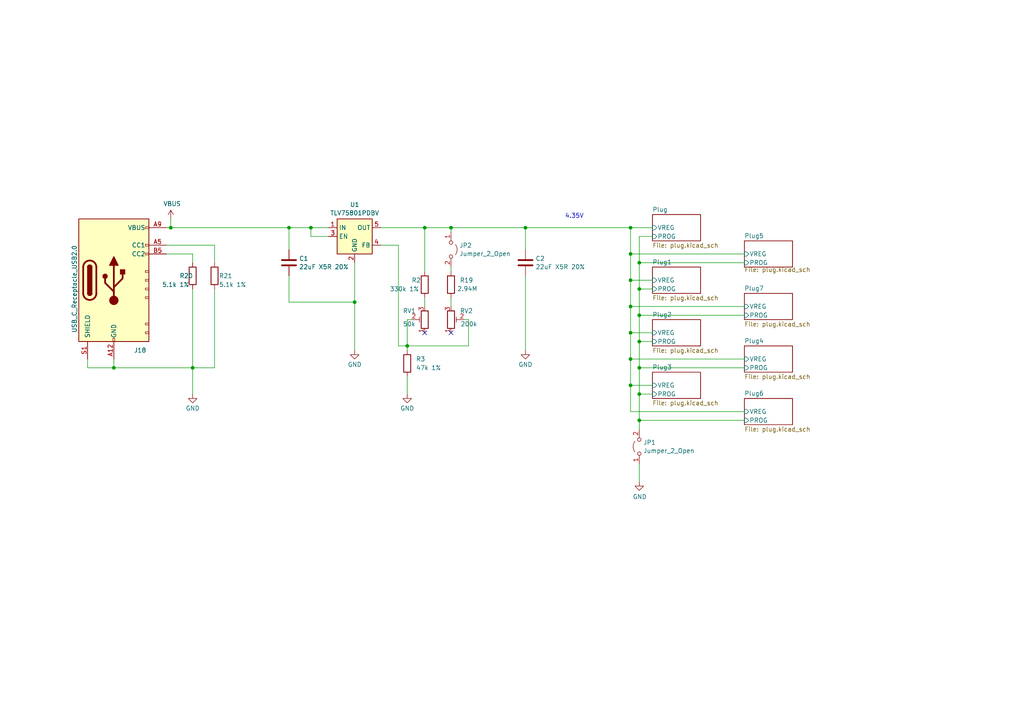
<source format=kicad_sch>
(kicad_sch (version 20230121) (generator eeschema)
  (paper "A4")
  (lib_symbols
    (symbol "Device:C" (pin_numbers hide) (pin_names (offset 0.254))
      (property "Reference" "C" (at 0.635 2.54 0))
      (property "Value" "C" (at 0.635 -2.54 0))
      (symbol "C_0_1"
        (polyline (pts (xy -2.032 -0.762) (xy 2.032 -0.762)) (stroke (width 0.508)))
        (polyline (pts (xy -2.032 0.762) (xy 2.032 0.762)) (stroke (width 0.508)))
      )
      (symbol "C_1_1"
        (pin passive line (at 0 3.81 270) (length 2.794) (name "~") (number "1"))
        (pin passive line (at 0 -3.81 90) (length 2.794) (name "~") (number "2"))
      )
    )
    (symbol "Device:R" (pin_numbers hide) (pin_names (offset 0))
      (property "Reference" "R" (at 2.032 0 90))
      (property "Value" "R" (at 0 0 90))
      (symbol "R_0_1"
        (rectangle (start -1.016 -2.54) (end 1.016 2.54) (stroke (width 0.254)))
      )
      (symbol "R_1_1"
        (pin passive line (at 0 3.81 270) (length 1.27) (name "~") (number "1"))
        (pin passive line (at 0 -3.81 90) (length 1.27) (name "~") (number "2"))
      )
    )
    (symbol "Device:R_Potentiometer_Trim" (pin_names (offset 1.016) hide)
      (property "Reference" "RV" (at -4.445 0 90))
      (property "Value" "R_Potentiometer_Trim" (at -2.54 0 90))
      (symbol "R_Potentiometer_Trim_0_1"
        (polyline (pts (xy 1.524 0.762) (xy 1.524 -0.762)))
        (polyline (pts (xy 2.54 0) (xy 1.524 0)))
        (rectangle (start 1.016 2.54) (end -1.016 -2.54) (stroke (width 0.254)))
      )
      (symbol "R_Potentiometer_Trim_1_1"
        (pin passive line (at 0 3.81 270) (length 1.27) (name "1") (number "1"))
        (pin passive line (at 3.81 0 180) (length 1.27) (name "2") (number "2"))
        (pin passive line (at 0 -3.81 90) (length 1.27) (name "3") (number "3"))
      )
    )
    (symbol "Jumper:Jumper_2_Open" (pin_names (offset 0) hide)
      (property "Reference" "JP" (at 0 2.794 0))
      (property "Value" "Jumper_2_Open" (at 0 -2.286 0))
      (symbol "Jumper_2_Open_0_0"
        (circle (center -2.032 0) (radius 0.508))
        (circle (center 2.032 0) (radius 0.508))
      )
      (symbol "Jumper_2_Open_0_1"
        (arc (start 1.524 1.27) (mid 0 1.778) (end -1.524 1.27))
      )
      (symbol "Jumper_2_Open_1_1"
        (pin passive line (at -5.08 0 0) (length 2.54) (name "A") (number "1"))
        (pin passive line (at 5.08 0 180) (length 2.54) (name "B") (number "2"))
      )
    )
    (symbol "Pixels-dice:USB_C_Receptacle_USB2.0" (pin_names (offset 1.016))
      (property "Reference" "J" (at -10.16 19.05 0))
      (property "Value" "USB_C_Receptacle_USB2.0" (at 19.05 19.05 0))
      (symbol "USB_C_Receptacle_USB2.0_0_0"
        (rectangle (start -0.254 -17.78) (end 0.254 -16.764))
        (rectangle (start 10.16 -14.986) (end 9.144 -15.494))
        (rectangle (start 10.16 -12.446) (end 9.144 -12.954))
        (rectangle (start 10.16 -4.826) (end 9.144 -5.334))
        (rectangle (start 10.16 -2.286) (end 9.144 -2.794))
        (rectangle (start 10.16 0.254) (end 9.144 -0.254))
        (rectangle (start 10.16 2.794) (end 9.144 2.286))
        (rectangle (start 10.16 7.874) (end 9.144 7.366))
        (rectangle (start 10.16 10.414) (end 9.144 9.906))
        (rectangle (start 10.16 15.494) (end 9.144 14.986))
      )
      (symbol "USB_C_Receptacle_USB2.0_0_1"
        (rectangle (start -10.16 17.78) (end 10.16 -17.78) (stroke (width 0.254)) (fill (type background)))
        (arc (start -8.89 -3.81) (mid -6.985 -5.7067) (end -5.08 -3.81) (stroke (width 0.508)))
        (arc (start -7.62 -3.81) (mid -6.985 -4.4423) (end -6.35 -3.81) (stroke (width 0.254)))
        (arc (start -7.62 -3.81) (mid -6.985 -4.4423) (end -6.35 -3.81) (stroke (width 0.254)) (fill (type outline)))
        (rectangle (start -7.62 -3.81) (end -6.35 3.81) (stroke (width 0.254)) (fill (type outline)))
        (arc (start -6.35 3.81) (mid -6.985 4.4423) (end -7.62 3.81) (stroke (width 0.254)))
        (arc (start -6.35 3.81) (mid -6.985 4.4423) (end -7.62 3.81) (stroke (width 0.254)) (fill (type outline)))
        (arc (start -5.08 3.81) (mid -6.985 5.7067) (end -8.89 3.81) (stroke (width 0.508)))
        (circle (center -2.54 1.143) (radius 0.635) (stroke (width 0.254)) (fill (type outline)))
        (circle (center 0 -5.842) (radius 1.27) (fill (type outline)))
        (polyline (pts (xy -8.89 -3.81) (xy -8.89 3.81)) (stroke (width 0.508)))
        (polyline (pts (xy -5.08 3.81) (xy -5.08 -3.81)) (stroke (width 0.508)))
        (polyline (pts (xy 0 -5.842) (xy 0 4.318)) (stroke (width 0.508)))
        (polyline (pts (xy 0 -3.302) (xy -2.54 -0.762) (xy -2.54 0.508)) (stroke (width 0.508)))
        (polyline (pts (xy 0 -2.032) (xy 2.54 0.508) (xy 2.54 1.778)) (stroke (width 0.508)))
        (polyline (pts (xy -1.27 4.318) (xy 0 6.858) (xy 1.27 4.318) (xy -1.27 4.318)) (stroke (width 0.254)) (fill (type outline)))
        (rectangle (start 1.905 1.778) (end 3.175 3.048) (stroke (width 0.254)) (fill (type outline)))
      )
      (symbol "USB_C_Receptacle_USB2.0_1_1"
        (pin passive line (at 0 -22.86 90) (length 5.08) (name "GND") (number "A12"))
        (pin bidirectional line (at 15.24 10.16 180) (length 5.08) (name "CC1") (number "A5"))
        (pin passive line (at 15.24 15.24 180) (length 5.08) (name "VBUS") (number "A9"))
        (pin passive line (at 0 -22.86 90) (length 5.08) hide (name "GND") (number "B12"))
        (pin bidirectional line (at 15.24 7.62 180) (length 5.08) (name "CC2") (number "B5"))
        (pin passive line (at 15.24 15.24 180) (length 5.08) hide (name "VBUS") (number "B9"))
        (pin passive line (at -7.62 -22.86 90) (length 5.08) (name "SHIELD") (number "S1"))
      )
    )
    (symbol "Regulator_Linear:TLV75801PDBV"
      (property "Reference" "U" (at -3.81 6.35 0))
      (property "Value" "TLV75801PDBV" (at 0 6.35 0))
      (symbol "TLV75801PDBV_0_1"
        (rectangle (start 5.08 -5.08) (end -5.08 5.08) (stroke (width 0.254)) (fill (type background)))
      )
      (symbol "TLV75801PDBV_1_1"
        (pin power_in line (at -7.62 2.54 0) (length 2.54) (name "IN") (number "1"))
        (pin power_in line (at 0 -7.62 90) (length 2.54) (name "GND") (number "2"))
        (pin input line (at -7.62 0 0) (length 2.54) (name "EN") (number "3"))
        (pin input line (at 7.62 -2.54 180) (length 2.54) (name "FB") (number "4"))
        (pin power_out line (at 7.62 2.54 180) (length 2.54) (name "OUT") (number "5"))
      )
    )
    (symbol "power:GND" (power) (pin_names (offset 0))
      (property "Value" "GND" (at 0 -3.81 0))
      (symbol "GND_0_1"
        (polyline (pts (xy 0 0) (xy 0 -1.27) (xy 1.27 -1.27) (xy 0 -2.54) (xy -1.27 -1.27) (xy 0 -1.27)))
      )
      (symbol "GND_1_1"
        (pin power_in line (at 0 0 270) (length 0) hide (name "GND") (number "1"))
      )
    )
    (symbol "power:VBUS" (power) (pin_names (offset 0))
      (property "Value" "VBUS" (at 0 3.81 0))
      (symbol "VBUS_0_1"
        (polyline (pts (xy -0.762 1.27) (xy 0 2.54)))
        (polyline (pts (xy 0 0) (xy 0 2.54)))
        (polyline (pts (xy 0 2.54) (xy 0.762 1.27)))
      )
      (symbol "VBUS_1_1"
        (pin power_in line (at 0 0 90) (length 0) hide (name "VBUS") (number "1"))
      )
    )
  )
  (junction (at 130.81 66.04))
  (junction (at 102.87 87.63))
  (junction (at 90.17 66.04))
  (junction (at 182.88 104.14))
  (junction (at 182.88 111.76))
  (junction (at 185.42 114.3))
  (junction (at 182.88 96.52))
  (junction (at 182.88 66.04))
  (junction (at 152.4 66.04))
  (junction (at 185.42 91.44))
  (junction (at 182.88 81.28))
  (junction (at 185.42 76.2))
  (junction (at 33.02 106.68))
  (junction (at 55.88 106.68))
  (junction (at 185.42 121.92))
  (junction (at 185.42 83.82))
  (junction (at 83.82 66.04))
  (junction (at 185.42 99.06))
  (junction (at 123.19 66.04))
  (junction (at 182.88 88.9))
  (junction (at 49.53 66.04))
  (junction (at 182.88 73.66))
  (junction (at 118.11 100.33))
  (junction (at 185.42 106.68))
  (no_connect (at 123.19 96.52))
  (no_connect (at 130.81 96.52))
  (wire (pts (xy 185.42 91.44) (xy 215.9 91.44)))
  (wire (pts (xy 182.88 81.28) (xy 189.23 81.28)))
  (wire (pts (xy 182.88 104.14) (xy 215.9 104.14)))
  (wire (pts (xy 118.11 109.22) (xy 118.11 114.3)))
  (wire (pts (xy 110.49 71.12) (xy 115.57 71.12)))
  (wire (pts (xy 123.19 66.04) (xy 130.81 66.04)))
  (wire (pts (xy 25.4 104.14) (xy 25.4 106.68)))
  (wire (pts (xy 49.53 66.04) (xy 83.82 66.04)))
  (wire (pts (xy 185.42 83.82) (xy 189.23 83.82)))
  (wire (pts (xy 152.4 80.01) (xy 152.4 101.6)))
  (wire (pts (xy 95.25 68.58) (xy 90.17 68.58)))
  (wire (pts (xy 90.17 68.58) (xy 90.17 66.04)))
  (wire (pts (xy 118.11 92.71) (xy 118.11 100.33)))
  (wire (pts (xy 182.88 96.52) (xy 182.88 104.14)))
  (wire (pts (xy 182.88 96.52) (xy 189.23 96.52)))
  (wire (pts (xy 115.57 71.12) (xy 115.57 100.33)))
  (wire (pts (xy 185.42 91.44) (xy 185.42 99.06)))
  (wire (pts (xy 48.26 73.66) (xy 55.88 73.66)))
  (wire (pts (xy 182.88 66.04) (xy 182.88 73.66)))
  (wire (pts (xy 182.88 88.9) (xy 182.88 96.52)))
  (wire (pts (xy 185.42 121.92) (xy 185.42 124.46)))
  (wire (pts (xy 90.17 66.04) (xy 95.25 66.04)))
  (wire (pts (xy 130.81 66.04) (xy 130.81 67.31)))
  (wire (pts (xy 215.9 121.92) (xy 185.42 121.92)))
  (wire (pts (xy 62.23 83.82) (xy 62.23 106.68)))
  (wire (pts (xy 48.26 66.04) (xy 49.53 66.04)))
  (wire (pts (xy 182.88 88.9) (xy 215.9 88.9)))
  (wire (pts (xy 185.42 134.62) (xy 185.42 139.7)))
  (wire (pts (xy 185.42 114.3) (xy 189.23 114.3)))
  (wire (pts (xy 33.02 104.14) (xy 33.02 106.68)))
  (wire (pts (xy 182.88 81.28) (xy 182.88 88.9)))
  (wire (pts (xy 189.23 68.58) (xy 185.42 68.58)))
  (wire (pts (xy 152.4 66.04) (xy 152.4 72.39)))
  (wire (pts (xy 83.82 66.04) (xy 90.17 66.04)))
  (wire (pts (xy 135.89 92.71) (xy 135.89 100.33)))
  (wire (pts (xy 83.82 80.01) (xy 83.82 87.63)))
  (wire (pts (xy 49.53 63.5) (xy 49.53 66.04)))
  (wire (pts (xy 185.42 83.82) (xy 185.42 91.44)))
  (wire (pts (xy 118.11 100.33) (xy 118.11 101.6)))
  (wire (pts (xy 185.42 68.58) (xy 185.42 76.2)))
  (wire (pts (xy 83.82 66.04) (xy 83.82 72.39)))
  (wire (pts (xy 185.42 121.92) (xy 185.42 114.3)))
  (wire (pts (xy 119.38 92.71) (xy 118.11 92.71)))
  (wire (pts (xy 185.42 106.68) (xy 215.9 106.68)))
  (wire (pts (xy 185.42 99.06) (xy 185.42 106.68)))
  (wire (pts (xy 189.23 66.04) (xy 182.88 66.04)))
  (wire (pts (xy 33.02 106.68) (xy 55.88 106.68)))
  (wire (pts (xy 115.57 100.33) (xy 118.11 100.33)))
  (wire (pts (xy 123.19 86.36) (xy 123.19 88.9)))
  (wire (pts (xy 182.88 73.66) (xy 182.88 81.28)))
  (wire (pts (xy 185.42 106.68) (xy 185.42 114.3)))
  (wire (pts (xy 130.81 66.04) (xy 152.4 66.04)))
  (wire (pts (xy 25.4 106.68) (xy 33.02 106.68)))
  (wire (pts (xy 182.88 119.38) (xy 182.88 111.76)))
  (wire (pts (xy 55.88 106.68) (xy 62.23 106.68)))
  (wire (pts (xy 185.42 76.2) (xy 185.42 83.82)))
  (wire (pts (xy 83.82 87.63) (xy 102.87 87.63)))
  (wire (pts (xy 185.42 76.2) (xy 215.9 76.2)))
  (wire (pts (xy 55.88 73.66) (xy 55.88 76.2)))
  (wire (pts (xy 118.11 100.33) (xy 135.89 100.33)))
  (wire (pts (xy 130.81 86.36) (xy 130.81 88.9)))
  (wire (pts (xy 130.81 77.47) (xy 130.81 78.74)))
  (wire (pts (xy 134.62 92.71) (xy 135.89 92.71)))
  (wire (pts (xy 48.26 71.12) (xy 62.23 71.12)))
  (wire (pts (xy 102.87 76.2) (xy 102.87 87.63)))
  (wire (pts (xy 215.9 119.38) (xy 182.88 119.38)))
  (wire (pts (xy 182.88 73.66) (xy 215.9 73.66)))
  (wire (pts (xy 182.88 111.76) (xy 189.23 111.76)))
  (wire (pts (xy 182.88 104.14) (xy 182.88 111.76)))
  (wire (pts (xy 185.42 99.06) (xy 189.23 99.06)))
  (wire (pts (xy 110.49 66.04) (xy 123.19 66.04)))
  (wire (pts (xy 62.23 71.12) (xy 62.23 76.2)))
  (wire (pts (xy 152.4 66.04) (xy 182.88 66.04)))
  (wire (pts (xy 102.87 87.63) (xy 102.87 101.6)))
  (wire (pts (xy 55.88 106.68) (xy 55.88 114.3)))
  (wire (pts (xy 123.19 66.04) (xy 123.19 78.74)))
  (wire (pts (xy 55.88 83.82) (xy 55.88 106.68)))
  (text "4.35V" (at 163.83 63.5 0) (effects (font (size 1.27 1.27)) (justify left bottom)))
  (symbol (lib_id "Device:C") (at 152.4 76.2 0) (unit 1)
    (property "Reference" "C2" (at 155.321 74.9879 0) (effects (justify left)))
    (property "Value" "22uF X5R 20%" (at 155.321 77.4121 0) (effects (justify left)))
    (property "Footprint" "Capacitor_SMD:C_0805_2012Metric" (effects hide))
    (property "LCSC Part Number" "C86816" (effects hide))
    (property "Manufacturer" "Murata Electronics" (effects hide))
    (property "Part Number" "GRM21BR61E226ME44L" (effects hide))
  )
  (symbol (lib_id "power:GND") (at 152.4 101.6 0) (unit 1)
    (property "Reference" "#PWR06" (effects hide))
    (property "Value" "GND" (at 152.4 105.7331 0))
  )
  (symbol (lib_id "Jumper:Jumper_2_Open") (at 185.42 129.54 90) (unit 1)
    (property "Reference" "JP1" (at 186.563 128.3279 90) (effects (justify right)))
    (property "Value" "Jumper_2_Open" (at 186.563 130.7521 90) (effects (justify right)))
    (property "Footprint" "Connector_PinHeader_2.54mm:PinHeader_1x02_P2.54mm_Vertical" (effects hide))
  )
  (symbol (lib_id "Device:R") (at 118.11 105.41 0) (unit 1)
    (property "Reference" "R3" (at 120.65 104.14 0) (effects (justify left)))
    (property "Value" "47k 1%" (at 120.65 106.68 0) (effects (justify left)))
    (property "Footprint" "Resistor_SMD:R_0603_1608Metric" (effects hide))
    (property "LCSC Part Number" "C25819" (effects hide))
    (property "Manufacturer" "UNI-ROYAL(Uniroyal Elec)" (effects hide))
    (property "Part Number" "0603WAF4702T5E" (effects hide))
  )
  (symbol (lib_id "power:GND") (at 102.87 101.6 0) (unit 1)
    (property "Reference" "#PWR01" (effects hide))
    (property "Value" "GND" (at 102.87 105.7331 0))
  )
  (symbol (lib_id "Device:R") (at 123.19 82.55 0) (unit 1)
    (property "Reference" "R2" (at 119.38 81.28 0) (effects (justify left)))
    (property "Value" "330k 1%" (at 113.03 83.82 0) (effects (justify left)))
    (property "Footprint" "Resistor_SMD:R_0603_1608Metric" (effects hide))
    (property "LCSC Part Number" "C23137" (effects hide))
    (property "Manufacturer" "UNI-ROYAL(Uniroyal Elec)" (effects hide))
    (property "Part Number" "0603WAF3303T5E" (effects hide))
  )
  (symbol (lib_id "Device:R_Potentiometer_Trim") (at 130.81 92.71 0) (mirror x) (unit 1)
    (property "Reference" "RV2" (at 137.16 90.17 0) (effects (justify right)))
    (property "Value" "200k" (at 138.43 93.98 0) (effects (justify right)))
    (property "Footprint" "Potentiometer_SMD:Potentiometer_Bourns_3314G_Vertical" (effects hide))
    (property "LCSC Part Number" "C780219" (effects hide))
    (property "Manufacturer" "BOURNS" (effects hide))
    (property "Part Number" "3314G-1-104E" (effects hide))
  )
  (symbol (lib_id "Device:R") (at 55.88 80.01 180) (unit 1)
    (property "Reference" "R20" (at 52.07 80.01 0) (effects (justify right)))
    (property "Value" "5.1k 1%" (at 46.99 82.55 0) (effects (justify right)))
    (property "Footprint" "Resistor_SMD:R_0402_1005Metric" (effects hide))
    (property "LCSC Part Number" "C25905" (effects hide))
    (property "Part Number" "0402WGF5101TCE" (effects hide))
    (property "Manufacturer" "UNI-ROYAL(Uniroyal Elec)" (effects hide))
    (property "Pixels Part Number" "SMD-R101" (effects hide))
  )
  (symbol (lib_id "power:GND") (at 118.11 114.3 0) (unit 1)
    (property "Reference" "#PWR02" (effects hide))
    (property "Value" "GND" (at 118.11 118.4331 0))
  )
  (symbol (lib_id "Device:R") (at 62.23 80.01 180) (unit 1)
    (property "Reference" "R21" (at 63.5 80.01 0) (effects (justify right)))
    (property "Value" "5.1k 1%" (at 63.5 82.55 0) (effects (justify right)))
    (property "Footprint" "Resistor_SMD:R_0402_1005Metric" (effects hide))
    (property "LCSC Part Number" "C25905" (effects hide))
    (property "Part Number" "0402WGF5101TCE" (effects hide))
    (property "Manufacturer" "UNI-ROYAL(Uniroyal Elec)" (effects hide))
    (property "Pixels Part Number" "SMD-R101" (effects hide))
  )
  (symbol (lib_id "Jumper:Jumper_2_Open") (at 130.81 72.39 270) (unit 1)
    (property "Reference" "JP2" (at 133.223 71.1779 90) (effects (justify left)))
    (property "Value" "Jumper_2_Open" (at 133.223 73.6021 90) (effects (justify left)))
    (property "Footprint" "Connector_PinHeader_2.54mm:PinHeader_1x02_P2.54mm_Vertical" (effects hide))
  )
  (symbol (lib_id "Regulator_Linear:TLV75801PDBV") (at 102.87 68.58 0) (unit 1)
    (property "Reference" "U1" (at 102.87 59.3557 0))
    (property "Value" "TLV75801PDBV" (at 102.87 61.7799 0))
    (property "Footprint" "Package_TO_SOT_SMD:SOT-23-5" (effects hide))
    (property "Datasheet" "https://www.ti.com/lit/ds/symlink/tlv758p.pdf" (effects hide))
    (property "LCSC Part Number" "C2877852" (effects hide))
    (property "Manufacturer" "Texas Instruments" (effects hide))
    (property "Part Number" "TLV75801PDBVR" (effects hide))
  )
  (symbol (lib_id "Device:R") (at 130.81 82.55 0) (unit 1)
    (property "Reference" "R19" (at 133.35 81.28 0) (effects (justify left)))
    (property "Value" "2.94M" (at 132.588 83.7621 0) (effects (justify left)))
    (property "Footprint" "Resistor_SMD:R_0603_1608Metric" (effects hide))
    (property "LCSC Part Number" "C422946" (effects hide))
    (property "Manufacturer" "UNI-ROYAL(Uniroyal Elec)" (effects hide))
    (property "Part Number" "0603WAF2944T5E" (effects hide))
  )
  (symbol (lib_id "power:GND") (at 185.42 139.7 0) (unit 1)
    (property "Reference" "#PWR08" (effects hide))
    (property "Value" "GND" (at 185.547 144.0942 0))
  )
  (symbol (lib_id "Pixels-dice:USB_C_Receptacle_USB2.0") (at 33.02 81.28 0) (unit 1)
    (property "Reference" "J18" (at 40.64 101.6 0))
    (property "Value" "USB_C_Receptacle_USB2.0" (at 21.59 83.82 90))
    (property "Footprint" "Pixels-dice:USB-C-SMD_10P-P1.00-L6.8-W8.9" (effects hide))
    (property "Datasheet" "https://www.usb.org/sites/default/files/documents/usb_type-c.zip" (effects hide))
    (property "LCSC Part Number" "C283540" (effects hide))
    (property "Part Number" "TYPE-C-31-M-17" (effects hide))
    (property "Manufacturer" "Korean Hroparts Elec" (effects hide))
    (property "Pixels Part Number" "SMD-J108" (effects hide))
  )
  (symbol (lib_id "Device:R_Potentiometer_Trim") (at 123.19 92.71 180) (unit 1)
    (property "Reference" "RV1" (at 116.84 90.17 0) (effects (justify right)))
    (property "Value" "50k" (at 116.84 93.98 0) (effects (justify right)))
    (property "Footprint" "Potentiometer_SMD:Potentiometer_Bourns_3314G_Vertical" (effects hide))
    (property "LCSC Part Number" "C719184" (effects hide))
    (property "Manufacturer" "BOURNS" (effects hide))
    (property "Part Number" "3314G-1-503E" (effects hide))
  )
  (symbol (lib_id "power:GND") (at 55.88 114.3 0) (unit 1)
    (property "Reference" "#PWR03" (effects hide))
    (property "Value" "GND" (at 55.88 118.4331 0))
  )
  (symbol (lib_id "Device:C") (at 83.82 76.2 0) (unit 1)
    (property "Reference" "C1" (at 86.741 74.9879 0) (effects (justify left)))
    (property "Value" "22uF X5R 20%" (at 86.741 77.4121 0) (effects (justify left)))
    (property "Footprint" "Capacitor_SMD:C_0805_2012Metric" (effects hide))
    (property "LCSC Part Number" "C86816" (effects hide))
    (property "Manufacturer" "Murata Electronics" (effects hide))
    (property "Part Number" "GRM21BR61E226ME44L" (effects hide))
  )
  (symbol (lib_id "power:VBUS") (at 49.53 63.5 0) (unit 1)
    (property "Reference" "#PWR013" (effects hide))
    (property "Value" "VBUS" (at 49.911 59.1058 0))
  )
  (sheet (at 189.23 62.23) (size 13.97 7.62) (stroke (width 0.1524))
    (property "Sheetname" "Plug" (at 189.23 61.5184 0) (effects (justify left bottom)))
    (property "Sheetfile" "plug.kicad_sch" (at 189.23 70.4346 0) (effects (justify left top)))
    (pin "VREG" input (at 189.23 66.04 180))
    (pin "PROG" input (at 189.23 68.58 180))
  )
  (sheet (at 189.23 77.47) (size 13.97 7.62) (stroke (width 0.1524))
    (property "Sheetname" "Plug1" (at 189.23 76.7584 0) (effects (justify left bottom)))
    (property "Sheetfile" "plug.kicad_sch" (at 189.23 85.6746 0) (effects (justify left top)))
    (pin "VREG" input (at 189.23 81.28 180))
    (pin "PROG" input (at 189.23 83.82 180))
  )
  (sheet (at 189.23 107.95) (size 13.97 7.62) (stroke (width 0.1524))
    (property "Sheetname" "Plug3" (at 189.23 107.2384 0) (effects (justify left bottom)))
    (property "Sheetfile" "plug.kicad_sch" (at 189.23 116.1546 0) (effects (justify left top)))
    (pin "VREG" input (at 189.23 111.76 180))
    (pin "PROG" input (at 189.23 114.3 180))
  )
  (sheet (at 215.9 100.33) (size 13.97 7.62) (stroke (width 0.1524))
    (property "Sheetname" "Plug4" (at 215.9 99.6184 0) (effects (justify left bottom)))
    (property "Sheetfile" "plug.kicad_sch" (at 215.9 108.5346 0) (effects (justify left top)))
    (pin "VREG" input (at 215.9 104.14 180))
    (pin "PROG" input (at 215.9 106.68 180))
  )
  (sheet (at 215.9 115.57) (size 13.97 7.62) (stroke (width 0.1524))
    (property "Sheetname" "Plug6" (at 215.9 114.8584 0) (effects (justify left bottom)))
    (property "Sheetfile" "plug.kicad_sch" (at 215.9 123.7746 0) (effects (justify left top)))
    (pin "VREG" input (at 215.9 119.38 180))
    (pin "PROG" input (at 215.9 121.92 180))
  )
  (sheet (at 189.23 92.71) (size 13.97 7.62) (stroke (width 0.1524))
    (property "Sheetname" "Plug2" (at 189.23 91.9984 0) (effects (justify left bottom)))
    (property "Sheetfile" "plug.kicad_sch" (at 189.23 100.9146 0) (effects (justify left top)))
    (pin "VREG" input (at 189.23 96.52 180))
    (pin "PROG" input (at 189.23 99.06 180))
  )
  (sheet (at 215.9 69.85) (size 13.97 7.62) (stroke (width 0.1524))
    (property "Sheetname" "Plug5" (at 215.9 69.1384 0) (effects (justify left bottom)))
    (property "Sheetfile" "plug.kicad_sch" (at 215.9 77.47 0) (effects (justify left top)))
    (pin "VREG" input (at 215.9 73.66 180))
    (pin "PROG" input (at 215.9 76.2 180))
  )
  (sheet (at 215.9 85.09) (size 13.97 7.62) (stroke (width 0.1524))
    (property "Sheetname" "Plug7" (at 215.9 84.3784 0) (effects (justify left bottom)))
    (property "Sheetfile" "plug.kicad_sch" (at 215.9 93.2946 0) (effects (justify left top)))
    (pin "VREG" input (at 215.9 88.9 180))
    (pin "PROG" input (at 215.9 91.44 180))
  )
)
</source>
